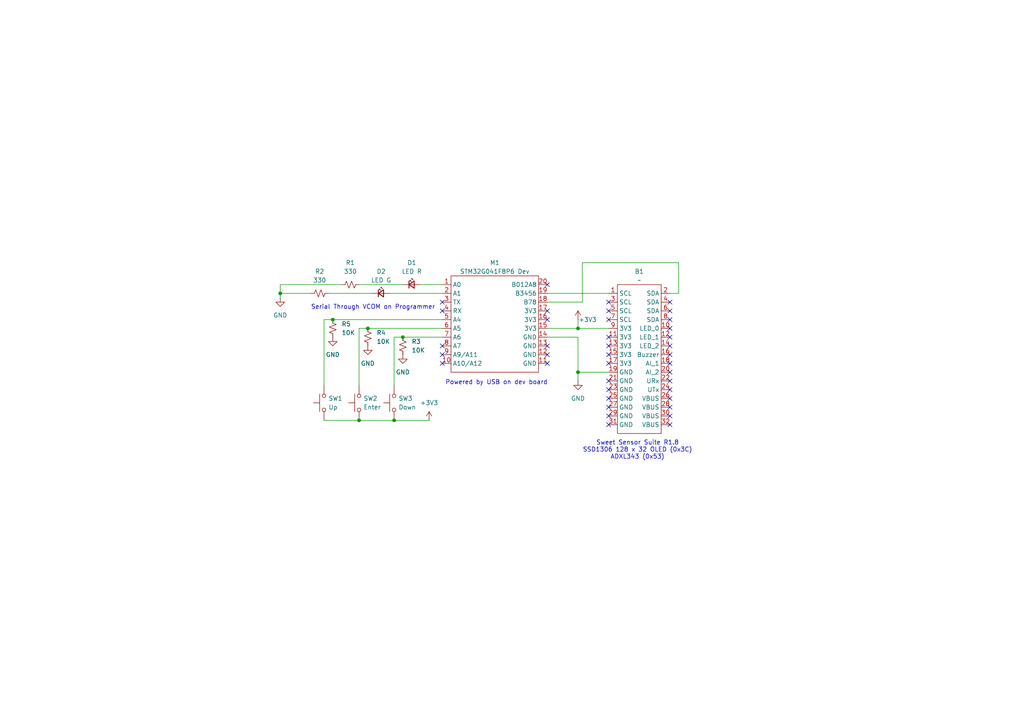
<source format=kicad_sch>
(kicad_sch (version 20231120) (generator "eeschema") (generator_version "8.0")
  (paper "A4")
  (title_block (title "Breadboard Design (Proof of life/early development)") (date "2024-09-24") (company "NAIT") (comment 1 "Simon Walker (CNT2750 Demo)"))
  (lib_symbols
    (symbol "Device:LED_Small" (pin_numbers hide) (pin_names (offset 0.254) hide)
      (property "Reference" "D" (at -1.27 3.175 0))
      (property "Value" "LED_Small" (at -4.445 -2.54 0))
      (symbol "LED_Small_0_1"
        (polyline (pts (xy -0.762 -1.016) (xy -0.762 1.016)) (stroke (width 0.254)))
        (polyline (pts (xy 1.016 0) (xy -0.762 0)))
        (polyline (pts (xy 0.762 -1.016) (xy -0.762 0) (xy 0.762 1.016) (xy 0.762 -1.016)) (stroke (width 0.254)))
        (polyline (pts (xy 0 0.762) (xy -0.508 1.27) (xy -0.254 1.27) (xy -0.508 1.27) (xy -0.508 1.016)))
        (polyline (pts (xy 0.508 1.27) (xy 0 1.778) (xy 0.254 1.778) (xy 0 1.778) (xy 0 1.524)))
      )
      (symbol "LED_Small_1_1"
        (pin passive line (at -2.54 0 0) (length 1.778) (name "K") (number "1"))
        (pin passive line (at 2.54 0 180) (length 1.778) (name "A") (number "2"))
      )
    )
    (symbol "Device:R_Small_US" (pin_numbers hide) (pin_names (offset 0.254) hide)
      (property "Reference" "R" (at 0.762 0.508 0))
      (property "Value" "R_Small_US" (at 0.762 -1.016 0))
      (symbol "R_Small_US_1_1"
        (polyline (pts (xy 0 0) (xy 1.016 -0.381) (xy 0 -0.762) (xy -1.016 -1.143) (xy 0 -1.524)))
        (polyline (pts (xy 0 1.524) (xy 1.016 1.143) (xy 0 0.762) (xy -1.016 0.381) (xy 0 0)))
        (pin passive line (at 0 2.54 270) (length 1.016) (name "~") (number "1"))
        (pin passive line (at 0 -2.54 90) (length 1.016) (name "~") (number "2"))
      )
    )
    (symbol "Switch:SW_Push" (pin_numbers hide) (pin_names (offset 1.016) hide)
      (property "Reference" "SW" (at 1.27 2.54 0))
      (property "Value" "SW_Push" (at 0 -1.524 0))
      (symbol "SW_Push_0_1"
        (circle (center -2.032 0) (radius 0.508))
        (polyline (pts (xy 0 1.27) (xy 0 3.048)))
        (polyline (pts (xy 2.54 1.27) (xy -2.54 1.27)))
        (circle (center 2.032 0) (radius 0.508))
        (pin passive line (at -5.08 0 0) (length 2.54) (name "1") (number "1"))
        (pin passive line (at 5.08 0 180) (length 2.54) (name "2") (number "2"))
      )
    )
    (symbol "power:+3V3" (power) (pin_numbers hide) (pin_names (offset 0) hide)
      (property "Value" "+3V3" (at 0 3.556 0))
      (symbol "+3V3_0_1"
        (polyline (pts (xy -0.762 1.27) (xy 0 2.54)))
        (polyline (pts (xy 0 0) (xy 0 2.54)))
        (polyline (pts (xy 0 2.54) (xy 0.762 1.27)))
      )
      (symbol "+3V3_1_1"
        (pin power_in line (at 0 0 90) (length 0) (name "~") (number "1"))
      )
    )
    (symbol "power:GND" (power) (pin_numbers hide) (pin_names (offset 0) hide)
      (property "Value" "GND" (at 0 -3.81 0))
      (symbol "GND_0_1"
        (polyline (pts (xy 0 0) (xy 0 -1.27) (xy 1.27 -1.27) (xy 0 -2.54) (xy -1.27 -1.27) (xy 0 -1.27)))
      )
      (symbol "GND_1_1"
        (pin power_in line (at 0 0 270) (length 0) (name "~") (number "1"))
      )
    )
    (symbol "simon_dev_g041:G041_Dev"
      (property "Reference" "M" (at -11.684 15.748 0))
      (symbol "G041_Dev_0_1"
        (rectangle (start -12.7 13.97) (end 12.7 -13.97))
      )
      (symbol "G041_Dev_1_1"
        (pin passive line (at -15.24 11.43 0) (length 2.54) (name "A0") (number "1"))
        (pin passive line (at -15.24 -11.43 0) (length 2.54) (name "A10/A12") (number "10"))
        (pin passive line (at 15.24 -11.43 180) (length 2.54) (name "GND") (number "11"))
        (pin passive line (at 15.24 -8.89 180) (length 2.54) (name "GND") (number "12"))
        (pin passive line (at 15.24 -6.35 180) (length 2.54) (name "GND") (number "13"))
        (pin passive line (at 15.24 -3.81 180) (length 2.54) (name "GND") (number "14"))
        (pin power_out line (at 15.24 -1.27 180) (length 2.54) (name "3V3") (number "15"))
        (pin power_out line (at 15.24 1.27 180) (length 2.54) (name "3V3") (number "16"))
        (pin power_out line (at 15.24 3.81 180) (length 2.54) (name "3V3") (number "17"))
        (pin passive line (at 15.24 6.35 180) (length 2.54) (name "B78") (number "18"))
        (pin passive line (at 15.24 8.89 180) (length 2.54) (name "B3456") (number "19"))
        (pin passive line (at -15.24 8.89 0) (length 2.54) (name "A1") (number "2"))
        (pin passive line (at 15.24 11.43 180) (length 2.54) (name "B012A8") (number "20"))
        (pin passive line (at -15.24 6.35 0) (length 2.54) (name "TX") (number "3"))
        (pin passive line (at -15.24 3.81 0) (length 2.54) (name "RX") (number "4"))
        (pin passive line (at -15.24 1.27 0) (length 2.54) (name "A4") (number "5"))
        (pin passive line (at -15.24 -1.27 0) (length 2.54) (name "A5") (number "6"))
        (pin passive line (at -15.24 -3.81 0) (length 2.54) (name "A6") (number "7"))
        (pin passive line (at -15.24 -6.35 0) (length 2.54) (name "A7") (number "8"))
        (pin passive line (at -15.24 -8.89 0) (length 2.54) (name "A9/A11") (number "9"))
      )
    )
    (symbol "simon_dev_g041:SSSR1_8"
      (property "Reference" "B" (at -5.842 23.368 0))
      (symbol "SSSR1_8_0_1"
        (rectangle (start -6.35 21.59) (end 6.35 -21.59))
      )
      (symbol "SSSR1_8_1_1"
        (pin bidirectional line (at -8.89 19.05 0) (length 2.54) (name "SCL") (number "1"))
        (pin input line (at 8.89 8.89 180) (length 2.54) (name "LED_0") (number "10"))
        (pin passive line (at -8.89 6.35 0) (length 2.54) (name "3V3") (number "11"))
        (pin input line (at 8.89 6.35 180) (length 2.54) (name "LED_1") (number "12"))
        (pin passive line (at -8.89 3.81 0) (length 2.54) (name "3V3") (number "13"))
        (pin input line (at 8.89 3.81 180) (length 2.54) (name "LED_2") (number "14"))
        (pin passive line (at -8.89 1.27 0) (length 2.54) (name "3V3") (number "15"))
        (pin input line (at 8.89 1.27 180) (length 2.54) (name "Buzzer") (number "16"))
        (pin passive line (at -8.89 -1.27 0) (length 2.54) (name "3V3") (number "17"))
        (pin input line (at 8.89 -1.27 180) (length 2.54) (name "AI_1") (number "18"))
        (pin passive line (at -8.89 -3.81 0) (length 2.54) (name "GND") (number "19"))
        (pin bidirectional line (at 8.89 19.05 180) (length 2.54) (name "SDA") (number "2"))
        (pin input line (at 8.89 -3.81 180) (length 2.54) (name "AI_2") (number "20"))
        (pin passive line (at -8.89 -6.35 0) (length 2.54) (name "GND") (number "21"))
        (pin input line (at 8.89 -6.35 180) (length 2.54) (name "URx") (number "22"))
        (pin passive line (at -8.89 -8.89 0) (length 2.54) (name "GND") (number "23"))
        (pin output line (at 8.89 -8.89 180) (length 2.54) (name "UTx") (number "24"))
        (pin passive line (at -8.89 -11.43 0) (length 2.54) (name "GND") (number "25"))
        (pin power_out line (at 8.89 -11.43 180) (length 2.54) (name "VBUS") (number "26"))
        (pin passive line (at -8.89 -13.97 0) (length 2.54) (name "GND") (number "27"))
        (pin power_out line (at 8.89 -13.97 180) (length 2.54) (name "VBUS") (number "28"))
        (pin passive line (at -8.89 -16.51 0) (length 2.54) (name "GND") (number "29"))
        (pin bidirectional line (at -8.89 16.51 0) (length 2.54) (name "SCL") (number "3"))
        (pin power_out line (at 8.89 -16.51 180) (length 2.54) (name "VBUS") (number "30"))
        (pin passive line (at -8.89 -19.05 0) (length 2.54) (name "GND") (number "31"))
        (pin power_out line (at 8.89 -19.05 180) (length 2.54) (name "VBUS") (number "32"))
        (pin bidirectional line (at 8.89 16.51 180) (length 2.54) (name "SDA") (number "4"))
        (pin bidirectional line (at -8.89 13.97 0) (length 2.54) (name "SCL") (number "5"))
        (pin bidirectional line (at 8.89 13.97 180) (length 2.54) (name "SDA") (number "6"))
        (pin bidirectional line (at -8.89 11.43 0) (length 2.54) (name "SCL") (number "7"))
        (pin bidirectional line (at 8.89 11.43 180) (length 2.54) (name "SDA") (number "8"))
        (pin passive line (at -8.89 8.89 0) (length 2.54) (name "3V3") (number "9"))
      )
    )
  )
  (junction (at 167.64 107.95))
  (junction (at 106.68 95.25))
  (junction (at 81.28 85.09))
  (junction (at 96.52 92.71))
  (junction (at 114.3 121.92))
  (junction (at 116.84 97.79))
  (junction (at 104.14 121.92))
  (junction (at 167.64 95.25))
  (no_connect (at 194.31 118.11))
  (no_connect (at 194.31 87.63))
  (no_connect (at 194.31 102.87))
  (no_connect (at 176.53 90.17))
  (no_connect (at 194.31 110.49))
  (no_connect (at 194.31 100.33))
  (no_connect (at 194.31 115.57))
  (no_connect (at 158.75 102.87))
  (no_connect (at 128.27 87.63))
  (no_connect (at 176.53 123.19))
  (no_connect (at 176.53 92.71))
  (no_connect (at 176.53 110.49))
  (no_connect (at 194.31 95.25))
  (no_connect (at 176.53 102.87))
  (no_connect (at 194.31 90.17))
  (no_connect (at 128.27 100.33))
  (no_connect (at 194.31 105.41))
  (no_connect (at 158.75 82.55))
  (no_connect (at 176.53 120.65))
  (no_connect (at 176.53 100.33))
  (no_connect (at 128.27 102.87))
  (no_connect (at 158.75 105.41))
  (no_connect (at 176.53 97.79))
  (no_connect (at 176.53 105.41))
  (no_connect (at 158.75 92.71))
  (no_connect (at 128.27 105.41))
  (no_connect (at 194.31 123.19))
  (no_connect (at 158.75 90.17))
  (no_connect (at 194.31 92.71))
  (no_connect (at 176.53 115.57))
  (no_connect (at 194.31 97.79))
  (no_connect (at 194.31 120.65))
  (no_connect (at 158.75 100.33))
  (no_connect (at 176.53 118.11))
  (no_connect (at 194.31 107.95))
  (no_connect (at 194.31 113.03))
  (no_connect (at 128.27 90.17))
  (no_connect (at 176.53 113.03))
  (no_connect (at 176.53 87.63))
  (wire (pts (xy 93.98 92.71) (xy 93.98 111.76)))
  (wire (pts (xy 81.28 85.09) (xy 90.17 85.09)))
  (wire (pts (xy 167.64 107.95) (xy 176.53 107.95)))
  (wire (pts (xy 158.75 85.09) (xy 176.53 85.09)))
  (wire (pts (xy 99.06 82.55) (xy 81.28 82.55)))
  (wire (pts (xy 128.27 92.71) (xy 96.52 92.71)))
  (wire (pts (xy 168.91 76.2) (xy 168.91 87.63)))
  (wire (pts (xy 93.98 121.92) (xy 104.14 121.92)))
  (wire (pts (xy 104.14 121.92) (xy 114.3 121.92)))
  (wire (pts (xy 116.84 97.79) (xy 128.27 97.79)))
  (wire (pts (xy 167.64 97.79) (xy 167.64 107.95)))
  (wire (pts (xy 196.85 76.2) (xy 168.91 76.2)))
  (wire (pts (xy 167.64 95.25) (xy 176.53 95.25)))
  (wire (pts (xy 81.28 82.55) (xy 81.28 85.09)))
  (wire (pts (xy 114.3 97.79) (xy 114.3 111.76)))
  (wire (pts (xy 96.52 92.71) (xy 93.98 92.71)))
  (wire (pts (xy 121.92 82.55) (xy 128.27 82.55)))
  (wire (pts (xy 106.68 95.25) (xy 104.14 95.25)))
  (wire (pts (xy 167.64 92.71) (xy 167.64 95.25)))
  (wire (pts (xy 128.27 95.25) (xy 106.68 95.25)))
  (wire (pts (xy 104.14 82.55) (xy 116.84 82.55)))
  (wire (pts (xy 158.75 97.79) (xy 167.64 97.79)))
  (wire (pts (xy 95.25 85.09) (xy 107.95 85.09)))
  (wire (pts (xy 168.91 87.63) (xy 158.75 87.63)))
  (wire (pts (xy 194.31 85.09) (xy 196.85 85.09)))
  (wire (pts (xy 167.64 107.95) (xy 167.64 110.49)))
  (wire (pts (xy 114.3 121.92) (xy 124.46 121.92)))
  (wire (pts (xy 196.85 85.09) (xy 196.85 76.2)))
  (wire (pts (xy 81.28 85.09) (xy 81.28 86.36)))
  (wire (pts (xy 158.75 95.25) (xy 167.64 95.25)))
  (wire (pts (xy 116.84 97.79) (xy 114.3 97.79)))
  (wire (pts (xy 104.14 95.25) (xy 104.14 111.76)))
  (wire (pts (xy 113.03 85.09) (xy 128.27 85.09)))
  (text "Powered by USB on dev board" (at 144.018 110.998 0) (effects (font (size 1.27 1.27))))
  (text "Sweet Sensor Suite R1.8\nSSD1306 128 x 32 OLED (0x3C)\nADXL343 (0x53)" (at 184.912 130.556 0) (effects (font (size 1.27 1.27))))
  (text "Serial Through VCOM on Programmer" (at 108.204 89.154 0) (effects (font (size 1.27 1.27))))
  (symbol (lib_id "simon_dev_g041:G041_Dev") (at 143.51 93.98 0) (unit 1)
    (property "Reference" "M1" (at 143.51 76.2 0))
    (property "Value" "STM32G041F8P6 Dev" (at 143.51 78.74 0))
  )
  (symbol (lib_id "Device:R_Small_US") (at 106.68 97.79 180) (unit 1)
    (property "Reference" "R4" (at 109.22 96.5199 0) (effects (justify right)))
    (property "Value" "10K" (at 109.22 99.0599 0) (effects (justify right)))
    (property "Description" "Resistor, small US symbol" (effects (hide yes)))
  )
  (symbol (lib_id "Device:LED_Small") (at 119.38 82.55 0) (unit 1)
    (property "Reference" "D1" (at 119.4435 76.2 0))
    (property "Value" "LED R" (at 119.4435 78.74 0))
    (property "Description" "Light emitting diode, small symbol" (effects (hide yes)))
  )
  (symbol (lib_id "Device:R_Small_US") (at 101.6 82.55 90) (unit 1)
    (property "Reference" "R1" (at 101.6 76.2 90))
    (property "Value" "330" (at 101.6 78.74 90))
    (property "Description" "Resistor, small US symbol" (effects (hide yes)))
  )
  (symbol (lib_id "Device:R_Small_US") (at 92.71 85.09 90) (unit 1)
    (property "Reference" "R2" (at 92.71 78.74 90))
    (property "Value" "330" (at 92.71 81.28 90))
    (property "Description" "Resistor, small US symbol" (effects (hide yes)))
  )
  (symbol (lib_id "Switch:SW_Push") (at 104.14 116.84 90) (unit 1)
    (property "Reference" "SW2" (at 105.41 115.5699 90) (effects (justify right)))
    (property "Value" "Enter" (at 105.41 118.1099 90) (effects (justify right)))
    (property "Description" "Push button switch, generic, two pins" (effects (hide yes)))
  )
  (symbol (lib_id "simon_dev_g041:SSSR1_8") (at 185.42 104.14 0) (unit 1)
    (property "Reference" "B1" (at 185.42 78.74 0))
    (property "Value" "~" (at 185.42 81.28 0))
  )
  (symbol (lib_id "Device:LED_Small") (at 110.49 85.09 0) (unit 1)
    (property "Reference" "D2" (at 110.5535 78.74 0))
    (property "Value" "LED G" (at 110.5535 81.28 0))
    (property "Description" "Light emitting diode, small symbol" (effects (hide yes)))
  )
  (symbol (lib_id "power:GND") (at 81.28 86.36 0) (unit 1)
    (property "Reference" "#PWR03" (effects (hide yes)))
    (property "Value" "GND" (at 81.28 91.44 0))
    (property "Description" "Power symbol creates a global label with name \"GND\" , ground" (effects (hide yes)))
  )
  (symbol (lib_id "power:GND") (at 116.84 102.87 0) (unit 1)
    (property "Reference" "#PWR04" (effects (hide yes)))
    (property "Value" "GND" (at 116.84 107.95 0))
    (property "Description" "Power symbol creates a global label with name \"GND\" , ground" (effects (hide yes)))
  )
  (symbol (lib_id "Switch:SW_Push") (at 93.98 116.84 90) (unit 1)
    (property "Reference" "SW1" (at 95.25 115.5699 90) (effects (justify right)))
    (property "Value" "Up" (at 95.25 118.1099 90) (effects (justify right)))
    (property "Description" "Push button switch, generic, two pins" (effects (hide yes)))
  )
  (symbol (lib_id "power:GND") (at 106.68 100.33 0) (unit 1)
    (property "Reference" "#PWR05" (effects (hide yes)))
    (property "Value" "GND" (at 106.68 105.41 0))
    (property "Description" "Power symbol creates a global label with name \"GND\" , ground" (effects (hide yes)))
  )
  (symbol (lib_id "power:GND") (at 96.52 97.79 0) (unit 1)
    (property "Reference" "#PWR06" (effects (hide yes)))
    (property "Value" "GND" (at 96.52 102.87 0))
    (property "Description" "Power symbol creates a global label with name \"GND\" , ground" (effects (hide yes)))
  )
  (symbol (lib_id "power:+3V3") (at 124.46 121.92 0) (unit 1)
    (property "Reference" "#PWR07" (effects (hide yes)))
    (property "Value" "+3V3" (at 124.46 116.84 0))
    (property "Description" "Power symbol creates a global label with name \"+3V3\"" (effects (hide yes)))
  )
  (symbol (lib_id "power:+3V3") (at 167.64 92.71 0) (unit 1)
    (property "Reference" "#PWR08" (effects (hide yes)))
    (property "Value" "+3V3" (at 170.434 92.71 0))
    (property "Description" "Power symbol creates a global label with name \"+3V3\"" (effects (hide yes)))
  )
  (symbol (lib_id "Device:R_Small_US") (at 96.52 95.25 180) (unit 1)
    (property "Reference" "R5" (at 99.06 93.9799 0) (effects (justify right)))
    (property "Value" "10K" (at 99.06 96.5199 0) (effects (justify right)))
    (property "Description" "Resistor, small US symbol" (effects (hide yes)))
  )
  (symbol (lib_id "Switch:SW_Push") (at 114.3 116.84 90) (unit 1)
    (property "Reference" "SW3" (at 115.57 115.5699 90) (effects (justify right)))
    (property "Value" "Down" (at 115.57 118.1099 90) (effects (justify right)))
    (property "Description" "Push button switch, generic, two pins" (effects (hide yes)))
  )
  (symbol (lib_id "Device:R_Small_US") (at 116.84 100.33 180) (unit 1)
    (property "Reference" "R3" (at 119.38 99.0599 0) (effects (justify right)))
    (property "Value" "10K" (at 119.38 101.5999 0) (effects (justify right)))
    (property "Description" "Resistor, small US symbol" (effects (hide yes)))
  )
  (symbol (lib_id "power:GND") (at 167.64 110.49 0) (unit 1)
    (property "Reference" "#PWR02" (effects (hide yes)))
    (property "Value" "GND" (at 167.64 115.57 0))
    (property "Description" "Power symbol creates a global label with name \"GND\" , ground" (effects (hide yes)))
  )
)
</source>
